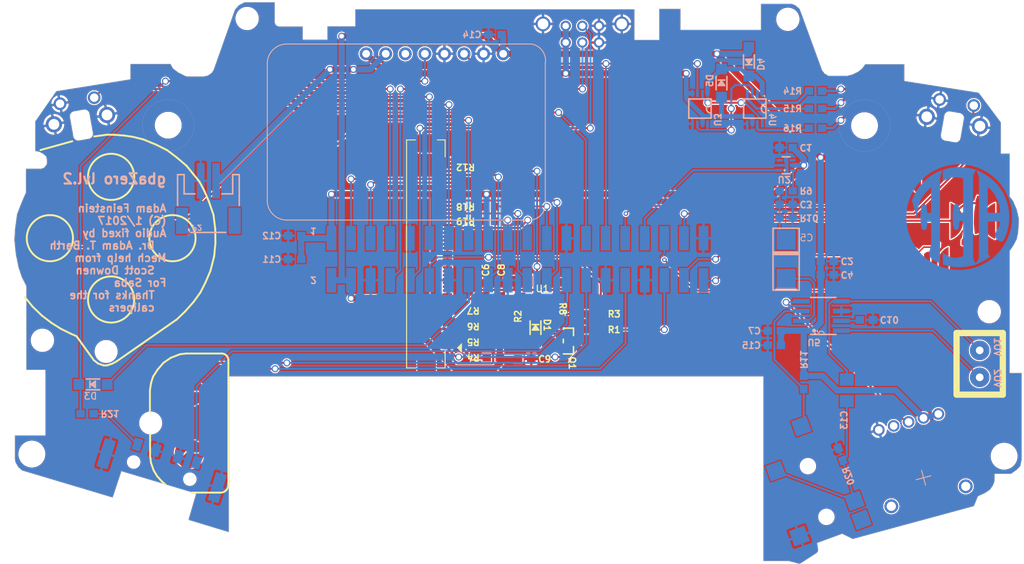
<source format=kicad_pcb>
(kicad_pcb (version 20241229) (generator "pcbnew") (generator_version "9.0")
  (layers (0 "F.Cu" signal) (2 "B.Cu" signal) (13 "F.Paste" user) (15 "B.Paste" user) (5 "F.SilkS" user "F.Silkscreen") (7 "B.SilkS" user "B.Silkscreen") (1 "F.Mask" user) (3 "B.Mask" user) (25 "Edge.Cuts" user))
  (net 0 "")
  (net 1 "GND")
  (net 2 "MISO")
  (net 3 "N$9")
  (net 4 "N$1")
  (net 5 "MOSI_3V")
  (net 6 "TFT_DC_3V")
  (net 7 "SCLK_3V")
  (net 8 "TFT_CS_3V")
  (net 9 "TFT_RST")
  (net 10 "RT_INT")
  (net 11 "SCLK")
  (net 12 "MOSI")
  (net 13 "BKLT_PWM")
  (net 14 "SDA")
  (net 15 "SCL")
  (net 16 "3.3V")
  (net 17 "N$6")
  (net 18 "N$7")
  (net 19 "N$15")
  (net 20 "USB")
  (net 21 "N$16")
  (net 22 "LBO")
  (net 23 "N$18")
  (net 24 "PWR_EN_RPI")
  (net 25 "PWR_SW_SEN")
  (net 26 "BTN_LS")
  (net 27 "BTN_RS")
  (net 28 "BTN_L")
  (net 29 "BTN_R")
  (net 30 "BTN_U")
  (net 31 "BTN_D")
  (net 32 "BTN_SEL")
  (net 33 "BTN_STR")
  (net 34 "N$17")
  (net 35 "N$2")
  (net 36 "N$3")
  (net 37 "N$4")
  (net 38 "N$10")
  (net 39 "BTN_A")
  (net 40 "BTN_B")
  (net 41 "+5V")
  (net 42 "N$21")
  (net 43 "VO1")
  (net 44 "RING")
  (net 45 "AUD_PWM")
  (net 46 "N$20")
  (net 47 "BKLT")
  (net 48 "TXD")
  (net 49 "RXD")
  (net 50 "N$5")
  (net 51 "N$8")
  (net 52 "N$11")
  (net 53 "N$12")
  (net 54 "N$13")
  (net 55 "N$14")
  (net 56 "BAT")
  (net 57 "VOL/SD")
  (net 58 "VO2")
  (net 59 "BYPASS")
  (net 60 "SENSE")
  (net 61 "N$19")
  (net 62 "N$23")
  (net 63 "N$22")
  (net 64 "BTN_X")
  (net 65 "BTN_Y")
  (footprint "gba-zero-morebuttons:dummyfp2" (layer "F.Cu") (at 113.365781 70.66701)
    (property "Reference" "UNK_HOLE_2" (hide yes))
    (property "Value" "")
  )
  (footprint "gba-zero-morebuttons:dummyfp5" (layer "F.Cu") (at 211.567159 127.499435)
    (property "Reference" "UNK_HOLE_5" (hide yes))
    (property "Value" "")
  )
  (footprint "gba-zero-morebuttons:0603" (layer "F.Cu") (at 144.296925 105.907606 90)
    (property "Reference" "C6")
    (property "Value" "10μF")
  )
  (footprint "gba-zero-morebuttons:0603" (layer "F.Cu") (at 145.290065 110.642166 180)
    (property "Reference" "R6")
    (property "Value" "100")
  )
  (footprint "gba-zero-morebuttons:0603" (layer "F.Cu") (at 144.677925 96.992206 180)
    (property "Reference" "R19")
    (property "Value" "22")
  )
  (footprint "gba-zero-morebuttons:XY_BUTTON" (layer "F.Cu") (at 200.25 97)
    (property "Reference" "REF**" (hide yes))
    (property "Value" "Val**")
  )
  (footprint "gba-zero-morebuttons:AB_BUTTON" (layer "F.Cu") (at 200.964325 99.227406)
    (property "Reference" "S5" (hide yes))
    (property "Value" "Val**" (hide yes))
  )
  (footprint "gba-zero-morebuttons:dummyfp3" (layer "F.Cu") (at 183.511918 70.771153)
    (property "Reference" "UNK_HOLE_3" (hide yes))
    (property "Value" "")
  )
  (footprint "gba-zero-morebuttons:0603" (layer "F.Cu") (at 145.290065 112.674166 180)
    (property "Reference" "R5")
    (property "Value" "100")
  )
  (footprint "gba-zero-morebuttons:0603" (layer "F.Cu") (at 144.677925 95.112606 180)
    (property "Reference" "R18")
    (property "Value" "22")
  )
  (footprint "gba-zero-morebuttons:0603" (layer "F.Cu") (at 158.393925 109.031806)
    (property "Reference" "R3")
    (property "Value" "0")
  )
  (footprint "gba-zero-morebuttons:SPEAKER" (layer "F.Cu") (at 208.400175 115.508806 -90)
    (property "Reference" "SP1" (hide yes))
    (property "Value" "SPEAKER" (hide yes))
  )
  (footprint "gba-zero-morebuttons:dummyfp1" (layer "F.Cu") (at 103.127018 84.522791)
    (property "Reference" "UNK_HOLE_1" (hide yes))
    (property "Value" "")
  )
  (footprint "gba-zero-morebuttons:WL-SBCW-0606" (layer "F.Cu") (at 194.507425 79.869806 180)
    (property "Reference" "D2" (hide yes))
    (property "Value" "LTST-C19HE1WT" (hide yes))
  )
  (footprint "gba-zero-morebuttons:dummyfp11" (layer "F.Cu") (at 209.641918 108.735341)
    (property "Reference" "UNK_HOLE_11" (hide yes))
    (property "Value" "")
  )
  (footprint "gba-zero-morebuttons:dummyfp6" (layer "F.Cu") (at 100.854315 123.188325)
    (property "Reference" "UNK_HOLE_6" (hide yes))
    (property "Value" "")
  )
  (footprint "gba-zero-morebuttons:0603" (layer "F.Cu") (at 145.290065 108.610166 180)
    (property "Reference" "R7")
    (property "Value" "100")
  )
  (footprint "gba-zero-morebuttons:SHOULDER_BUTTON" (layer "F.Cu") (at 204.982165 84.036488 -10)
    (property "Reference" "S3" (hide yes))
    (property "Value" "SHOULDER_BUTTON" (hide yes))
    (fp_line (start -1.27 -0.5588) (end -1.27 1.9812) (stroke (width 0.05)) (layer "Edge.Cuts"))
    (fp_line (start -0.635 2.6162) (end 0.635 2.6162) (stroke (width 0.05)) (layer "Edge.Cuts"))
    (fp_line (start 0.635 -1.1938) (end -0.635 -1.1938) (stroke (width 0.05)) (layer "Edge.Cuts"))
    (fp_line (start 1.27 1.9812) (end 1.27 -0.5588) (stroke (width 0.05)) (layer "Edge.Cuts"))
    (fp_arc (start -1.27 -0.5588) (mid -1.084013 -1.007813) (end -0.635 -1.1938) (stroke (width 0.05)) (layer "Edge.Cuts"))
    (fp_arc (start -0.635 2.6162) (mid -1.084013 2.430212) (end -1.27 1.9812) (stroke (width 0.05)) (layer "Edge.Cuts"))
    (fp_arc (start 0.635 -1.1938) (mid 1.084014 -1.007813) (end 1.27 -0.5588) (stroke (width 0.05)) (layer "Edge.Cuts"))
    (fp_arc (start 1.27 1.9812) (mid 1.084015 2.430212) (end 0.635 2.6162) (stroke (width 0.05)) (layer "Edge.Cuts"))
  )
  (footprint "gba-zero-morebuttons:0603" (layer "F.Cu") (at 158.393925 111.063806)
    (property "Reference" "R1")
    (property "Value" "0")
  )
  (footprint "gba-zero-morebuttons:SOT23" (layer "F.Cu") (at 148.955284 105.882206 180)
    (property "Reference" "U1")
    (property "Value" "APX803")
  )
  (footprint "gba-zero-morebuttons:0603" (layer "F.Cu") (at 149.376925 114.873806)
    (property "Reference" "C9")
    (property "Value" "10μF")
  )
  (footprint "gba-zero-morebuttons:FPC-50-CON" (layer "F.Cu") (at 136.702325 101.234006 -90)
    (property "Reference" "P1" (hide yes))
    (property "Value" "50_PIN_CON" (hide yes))
  )
  (footprint "gba-zero-morebuttons:SHOULDER_BUTTON" (layer "F.Cu") (at 91.743887 83.801406 10)
    (property "Reference" "S2" (hide yes))
    (property "Value" "SHOULDER_BUTTON" (hide yes))
    (fp_line (start -1.27 -0.5588) (end -1.27 1.9812) (stroke (width 0.05)) (layer "Edge.Cuts"))
    (fp_line (start -0.635 2.6162) (end 0.635 2.6162) (stroke (width 0.05)) (layer "Edge.Cuts"))
    (fp_line (start 0.635 -1.1938) (end -0.635 -1.1938) (stroke (width 0.05)) (layer "Edge.Cuts"))
    (fp_line (start 1.27 1.9812) (end 1.27 -0.5588) (stroke (width 0.05)) (layer "Edge.Cuts"))
    (fp_arc (start -1.27 -0.5588) (mid -1.084013 -1.007813) (end -0.635 -1.1938) (stroke (width 0.05)) (layer "Edge.Cuts"))
    (fp_arc (start -0.635 2.6162) (mid -1.084015 2.430212) (end -1.27 1.9812) (stroke (width 0.05)) (layer "Edge.Cuts"))
    (fp_arc (start 0.635 -1.1938) (mid 1.084012 -1.007812) (end 1.27 -0.5588) (stroke (width 0.05)) (layer "Edge.Cuts"))
    (fp_arc (start 1.27 1.9812) (mid 1.084012 2.430213) (end 0.635 2.6162) (stroke (width 0.05)) (layer "Edge.Cuts"))
  )
  (footprint "gba-zero-morebuttons:0603" (layer "F.Cu") (at 145.290065 114.706166 180)
    (property "Reference" "R4")
    (property "Value" "100")
  )
  (footprint "gba-zero-morebuttons:SOD-123" (layer "F.Cu") (at 150.773925 110.809806 -90)
    (property "Reference" "D1")
    (property "Value" "B0540WQ-7-F")
  )
  (footprint "gba-zero-morebuttons:0603" (layer "F.Cu") (at 144.677925 89.981806 180)
    (property "Reference" "R12")
    (property "Value" "0")
  )
  (footprint "gba-zero-morebuttons:dummyfp4" (layer "F.Cu") (at 193.461709 84.578381)
    (property "Reference" "UNK_HOLE_4" (hide yes))
    (property "Value" "")
  )
  (footprint "gba-zero-morebuttons:dummyfp7" (layer "F.Cu") (at 95.073521 113.901385)
    (property "Reference" "UNK_HOLE_7" (hide yes))
    (property "Value" "")
  )
  (footprint "gba-zero-morebuttons:dummyfp0" (layer "F.Cu") (at 85.441737 127.224541)
    (property "Reference" "UNK_HOLE_0" (hide yes))
    (property "Value" "")
  )
  (footprint "gba-zero-morebuttons:LINK_CONNECTOR" (layer "F.Cu") (at 156.853406 73.784988)
    (property "Reference" "P3" (hide yes))
    (property "Value" "LINK_CONNECTOR" (hide yes))
  )
  (footprint "gba-zero-morebuttons:0603" (layer "F.Cu") (at 154.329925 105.778066 -90)
    (property "Reference" "R8")
    (property "Value" "10K")
  )
  (footprint "gba-zero-morebuttons:START_SELECT_BUTTON" (layer "F.Cu") (at 105.854087 123.175188)
    (property "Reference" "S4" (hide yes))
    (property "Value" "START_SELECT_BUTTON" (hide yes))
  )
  (footprint "gba-zero-morebuttons:0603" (layer "F.Cu") (at 146.328925 105.907606 90)
    (property "Reference" "C8")
    (property "Value" "0.1μF")
  )
  (footprint "gba-zero-morebuttons:dummyfp10" (layer "F.Cu") (at 86.807518 112.446916)
    (property "Reference" "UNK_HOLE_10" (hide yes))
    (property "Value" "")
  )
  (footprint "gba-zero-morebuttons:SOT23-WIDE" (layer "F.Cu") (at 155.043665 112.547166 -90)
    (property "Reference" "Q1")
    (property "Value" "BSS138")
  )
  (footprint "gba-zero-morebuttons:0603" (layer "F.Cu") (at 148.487925 111.929947 90)
    (property "Reference" "R2")
    (property "Value" "3.9K")
  )
  (footprint "gba-zero-morebuttons:D-PAD" (layer "F.Cu") (at 95.717525 99.191406)
    (property "Reference" "S1" (hide yes))
    (property "Value" "D-PAD" (hide yes))
  )
  (footprint "gba-zero-morebuttons:EIA6032-28_C-R" (layer "B.Cu") (at 183.285925 101.919806 90)
    (property "Reference" "C5")
    (property "Value" "47μF")
  )
  (footprint "gba-zero-morebuttons:POWERBOOST-1000C" (layer "B.Cu") (at 115.975925 73.979806)
    (property "Reference" "U7" (hide yes))
    (property "Value" "POWERBOOST-1000C" (hide yes))
  )
  (footprint "gba-zero-morebuttons:0603" (layer "B.Cu") (at 188.619925 103.951806)
    (property "Reference" "C4")
    (property "Value" "10μF")
  )
  (footprint "gba-zero-morebuttons:0603" (layer "B.Cu") (at 183.285925 96.585806)
    (property "Reference" "R10")
    (property "Value" "100")
  )
  (footprint "gba-zero-morebuttons:RK10J12E0A0A" (layer "B.Cu") (at 199.173625 123.050066 15)
    (property "Reference" "R17" (hide yes))
    (property "Value" "10K" (hide yes))
  )
  (footprint "gba-zero-morebuttons:0603" (layer "B.Cu") (at 183.285925 87.441806)
    (property "Reference" "C1")
    (property "Value" "0.1μF")
  )
  (footprint "gba-zero-morebuttons:RPI-SMD" (layer "B.Cu") (at 148.437125 101.919806)
    (property "Reference" "U6" (hide yes))
    (property "Value" "RPI-ZEROSMD" (hide yes))
  )
  (footprint "gba-zero-morebuttons:0603" (layer "B.Cu") (at 187.095925 84.901806 180)
    (property "Reference" "R16")
    (property "Value" "167")
  )
  (footprint "gba-zero-morebuttons:TSSOP-8" (layer "B.Cu") (at 172.109925 82.361806 90)
    (property "Reference" "U3")
    (property "Value" "74LVC2G02")
  )
  (footprint "gba-zero-morebuttons:SOD-123" (layer "B.Cu") (at 174.903925 79.059806 -90)
    (property "Reference" "D5")
    (property "Value" "B0540WQ-7-F")
  )
  (footprint "gba-zero-morebuttons:0603" (layer "B.Cu") (at 181.761925 113.095806 180)
    (property "Reference" "C15")
    (property "Value" "10μF")
  )
  (footprint "gba-zero-morebuttons:0603" (layer "B.Cu") (at 193.699925 109.793806)
    (property "Reference" "C10")
    (property "Value" "10μF")
  )
  (footprint "gba-zero-morebuttons:0603" (layer "B.Cu") (at 183.285925 93.029806)
    (property "Reference" "R9")
    (property "Value" "220")
  )
  (footprint "gba-zero-morebuttons:0603" (layer "B.Cu") (at 119.531925 101.919806 180)
    (property "Reference" "C11")
    (property "Value" "10μF")
  )
  (footprint "gba-zero-morebuttons:SOD-123" (layer "B.Cu") (at 93.369925 118.175806)
    (property "Reference" "D3")
    (property "Value" "B0540WQ-7-F")
  )
  (footprint "gba-zero-morebuttons:0603" (layer "B.Cu") (at 187.095925 80.075806 180)
    (property "Reference" "R14")
    (property "Value" "250")
  )
  (footprint "gba-zero-morebuttons:0603" (layer "B.Cu") (at 190.352206 127.256306 -70)
    (property "Reference" "R20")
    (property "Value" "150")
  )
  (footprint "gba-zero-morebuttons:SC-70-6" (layer "B.Cu") (at 183.285925 89.727806)
    (property "Reference" "U2")
    (property "Value" "NC7WZ16" (hide yes))
  )
  (footprint "gba-zero-morebuttons:PWR-SWITCH" (layer "B.Cu") (at 102.288384 129.371566 163)
    (property "Reference" "S6" (hide yes))
    (property "Value" "PWR_SWITCH" (hide yes))
  )
  (footprint "gba-zero-morebuttons:0603" (layer "B.Cu") (at 188.619925 102.173806)
    (property "Reference" "C2")
    (property "Value" "10μF")
  )
  (footprint "gba-zero-morebuttons:1206" (layer "B.Cu") (at 191.159925 118.937806 -90)
    (property "Reference" "C13")
    (property "Value" "100μF")
  )
  (footprint "gba-zero-morebuttons:SOD-123" (layer "B.Cu") (at 178.459925 76.265806 90)
    (property "Reference" "D4")
    (property "Value" "B0540WQ-7-F")
  )
  (footprint "gba-zero-morebuttons:TSSOP-8" (layer "B.Cu") (at 179.221925 82.361806 90)
    (property "Reference" "U4")
    (property "Value" "74LVC3G04")
  )
  (footprint "gba-zero-morebuttons:JSTPH2" (layer "B.Cu") (at 108.340684 95.440266)
    (property "Reference" "P2")
    (property "Value" "")
  )
  (footprint "gba-zero-morebuttons:SO-8" (layer "B.Cu") (at 187.857925 109.285806)
    (property "Reference" "U5")
    (property "Value" "LM4875")
  )
  (footprint "gba-zero-morebuttons:0603" (layer "B.Cu") (at 185.571925 117.921806 90)
    (property "Reference" "R11")
    (property "Value" "100K")
  )
  (footprint "gba-zero-morebuttons:0603" (layer "B.Cu") (at 181.761925 111.216206 180)
    (property "Reference" "C7")
    (property "Value" "0.1μF")
  )
  (footprint "gba-zero-morebuttons:0603" (layer "B.Cu") (at 183.285925 94.807806)
    (property "Reference" "C3")
    (property "Value" "0.1μF")
  )
  (footprint "gba-zero-morebuttons:0603" (layer "B.Cu") (at 145.513584 72.750447 180)
    (property "Reference" "C14")
    (property "Value" "10μF")
  )
  (footprint "gba-zero-morebuttons:SIGNATURE" (layer "B.Cu") (at 205.917325 96.458806 180)
    (property "Reference" "U$1" (hide yes))
    (property "Value" "SIGNATURE" (hide yes))
  )
  (footprint "gba-zero-morebuttons:0603" (layer "B.Cu") (at 119.531925 98.871806 180)
    (property "Reference" "C12")
    (property "Value" "0.1μF")
  )
  (footprint "gba-zero-morebuttons:0603" (layer "B.Cu") (at 187.095925 82.361806 180)
    (property "Reference" "R15")
    (property "Value" "250")
  )
  (footprint "gba-zero-morebuttons:4-JACK-SMD" (layer "B.Cu") (at 186.895262 139.697225 110)
    (property "Reference" "J1" (hide yes))
    (property "Value" "SWTCHCRFT_3.5JACK5-JACK-SMD" (hide yes))
  )
  (footprint "gba-zero-morebuttons:0603" (layer "B.Cu") (at 92.607925 121.985806)
    (property "Reference" "R21")
    (property "Value" "10K")
  )
  (gr_circle (center 103.127018 84.522791) (end 106.479818 84.522791) (stroke (width 0.0127)) (fill no) (layer "B.SilkS"))
  (gr_circle (center 193.461709 84.578381) (end 196.814509 84.578381) (stroke (width 0.0127)) (fill no) (layer "B.SilkS"))
  (gr_arc (start 185.247112 141.377887) (mid 185.051235 141.453105) (end 184.841668 141.442746) (stroke (width 0.05)) (layer "Edge.Cuts"))
  (gr_line (start 169.593343 69.400466) (end 169.593343 72.131506) (stroke (width 0.05)) (layer "Edge.Cuts"))
  (gr_line (start 84.714275 105.426538) (end 84.127365 104.279438) (stroke (width 0.05)) (layer "Edge.Cuts"))
  (gr_line (start 187.962975 77.377106) (end 188.287434 77.806225) (stroke (width 0.05)) (layer "Edge.Cuts"))
  (gr_arc (start 187.445734 139.604891) (mid 187.404515 139.886112) (end 187.218687 140.101176) (stroke (width 0.05)) (layer "Edge.Cuts"))
  (gr_line (start 83.292556 128.271297) (end 83.222465 127.827097) (stroke (width 0.05)) (layer "Edge.Cuts"))
  (gr_line (start 169.593343 72.131506) (end 180.008606 72.131506) (stroke (width 0.05)) (layer "Edge.Cuts"))
  (gr_line (start 84.127365 104.279438) (end 83.691975 102.981616) (stroke (width 0.05)) (layer "Edge.Cuts"))
  (gr_line (start 212.754875 94.374147) (end 213.225856 95.483566) (stroke (width 0.05)) (layer "Edge.Cuts"))
  (gr_line (start 198.638584 78.769125) (end 208.279343 80.294588) (stroke (width 0.05)) (layer "Edge.Cuts"))
  (gr_line (start 180.008606 68.742588) (end 183.972706 68.742588) (stroke (width 0.05)) (layer "Edge.Cuts"))
  (gr_line (start 84.311575 94.030847) (end 84.629743 93.319138) (stroke (width 0.05)) (layer "Edge.Cuts"))
  (gr_line (start 192.589075 77.586438) (end 193.143784 77.146856) (stroke (width 0.05)) (layer "Edge.Cuts"))
  (gr_line (start 83.691975 102.981616) (end 83.348675 101.298638) (stroke (width 0.05)) (layer "Edge.Cuts"))
  (gr_line (start 213.198506 129.292388) (end 212.461675 129.803138) (stroke (width 0.05)) (layer "Edge.Cuts"))
  (gr_line (start 116.959093 68.547716) (end 116.959093 71.196606) (stroke (width 0.05)) (layer "Edge.Cuts"))
  (gr_line (start 212.297915 88.192206) (end 212.297915 93.767097) (stroke (width 0.05)) (layer "Edge.Cuts"))
  (gr_line (start 97.064356 129.467988) (end 95.933993 132.884188) (stroke (width 0.05)) (layer "Edge.Cuts"))
  (gr_line (start 83.876175 95.094225) (end 84.311575 94.030847) (stroke (width 0.05)) (layer "Edge.Cuts"))
  (gr_line (start 163.624293 73.439797) (end 166.813234 73.439797) (stroke (width 0.05)) (layer "Edge.Cuts"))
  (gr_line (start 105.555875 78.183716) (end 107.756393 78.183716) (stroke (width 0.05)) (layer "Edge.Cuts"))
  (gr_line (start 117.109815 71.531525) (end 117.461484 71.698988) (stroke (width 0.05)) (layer "Edge.Cuts"))
  (gr_line (start 193.143784 77.146856) (end 193.541506 76.592138) (stroke (width 0.05)) (layer "Edge.Cuts"))
  (gr_line (start 88.597434 80.095375) (end 98.215956 78.550947) (stroke (width 0.05)) (layer "Edge.Cuts"))
  (gr_line (start 210.334934 130.753475) (end 210.136075 131.297725) (stroke (width 0.05)) (layer "Edge.Cuts"))
  (gr_line (start 184.841668 141.442746) (end 183.660662 141.131853) (stroke (width 0.05)) (layer "Edge.Cuts"))
  (gr_line (start 84.175656 129.366988) (end 83.652334 128.909088) (stroke (width 0.05)) (layer "Edge.Cuts"))
  (gr_line (start 208.184031 132.707135) (end 207.739293 133.795066) (stroke (width 0.05)) (layer "Edge.Cuts"))
  (gr_line (start 104.432925 77.661316) (end 105.333025 78.111366) (stroke (width 0.05)) (layer "Edge.Cuts"))
  (gr_line (start 103.752615 77.137997) (end 104.432925 77.661316) (stroke (width 0.05)) (layer "Edge.Cuts"))
  (gr_line (start 185.280993 70.024706) (end 187.962975 77.377106) (stroke (width 0.05)) (layer "Edge.Cuts"))
  (gr_line (start 112.275665 68.934966) (end 113.029234 68.547716) (stroke (width 0.05)) (layer "Edge.Cuts"))
  (gr_line (start 107.756393 78.183716) (end 108.279715 78.054166) (stroke (width 0.05)) (layer "Edge.Cuts"))
  (gr_line (start 213.403784 98.455997) (end 213.225856 99.314225) (stroke (width 0.05)) (layer "Edge.Cuts"))
  (gr_line (start 111.005143 117.159806) (end 111.005143 137.378206) (stroke (width 0.05)) (layer "Edge.Cuts"))
  (gr_line (start 83.652334 128.909088) (end 83.292556 128.271297) (stroke (width 0.05)) (layer "Edge.Cuts"))
  (gr_line (start 113.029234 68.547716) (end 116.959093 68.547716) (stroke (width 0.05)) (layer "Edge.Cuts"))
  (gr_line (start 210.136075 131.297725) (end 209.738356 131.862897) (stroke (width 0.05)) (layer "Edge.Cuts"))
  (gr_line (start 98.215956 76.562356) (end 103.438625 76.562356) (stroke (width 0.05)) (layer "Edge.Cuts"))
  (gr_line (start 83.499393 96.090616) (end 83.876175 95.094225) (stroke (width 0.05)) (layer "Edge.Cuts"))
  (gr_line (start 213.684143 128.773256) (end 213.198506 129.292388) (stroke (width 0.05)) (layer "Edge.Cuts"))
  (gr_line (start 87.296193 88.599006) (end 86.921084 88.264088) (stroke (width 0.05)) (layer "Edge.Cuts"))
  (gr_line (start 187.218687 140.101175) (end 185.247112 141.377887) (stroke (width 0.05)) (layer "Edge.Cuts"))
  (gr_line (start 212.297915 93.767097) (end 212.754875 94.374147) (stroke (width 0.05)) (layer "Edge.Cuts"))
  (gr_line (start 117.461484 71.698988) (end 120.592993 71.698988) (stroke (width 0.05)) (layer "Edge.Cuts"))
  (gr_arc (start 183.533115 141.115119) (mid 183.59742 141.119432) (end 183.660662 141.131853) (stroke (width 0.05)) (layer "Edge.Cuts"))
  (gr_line (start 213.225856 95.483566) (end 213.487515 96.592997) (stroke (width 0.05)) (layer "Edge.Cuts"))
  (gr_line (start 87.191684 124.794056) (end 87.191684 116.294425) (stroke (width 0.05)) (layer "Edge.Cuts"))
  (gr_line (start 183.972706 68.742588) (end 184.456775 68.912666) (stroke (width 0.05)) (layer "Edge.Cuts"))
  (gr_line (start 105.333025 78.111366) (end 105.555875 78.183716) (stroke (width 0.05)) (layer "Edge.Cuts"))
  (gr_line (start 87.389975 89.161675) (end 87.296193 88.599006) (stroke (width 0.05)) (layer "Edge.Cuts"))
  (gr_line (start 123.774743 73.396616) (end 123.774743 71.680147) (stroke (width 0.05)) (layer "Edge.Cuts"))
  (gr_line (start 84.629743 93.319138) (end 84.666065 93.230306) (stroke (width 0.05)) (layer "Edge.Cuts"))
  (gr_line (start 84.666065 90.155788) (end 86.679943 90.155788) (stroke (width 0.05)) (layer "Edge.Cuts"))
  (gr_line (start 83.348675 101.298638) (end 83.156093 99.423075) (stroke (width 0.05)) (layer "Edge.Cuts"))
  (gr_line (start 193.541506 76.592138) (end 198.638584 76.592138) (stroke (width 0.05)) (layer "Edge.Cuts"))
  (gr_line (start 83.222465 127.827097) (end 83.222465 124.794056) (stroke (width 0.05)) (layer "Edge.Cuts"))
  (gr_line (start 106.731015 132.360347) (end 97.064356 129.467988) (stroke (width 0.05)) (layer "Edge.Cuts"))
  (gr_line (start 87.191684 116.294425) (end 84.714275 116.294425) (stroke (width 0.05)) (layer "Edge.Cuts"))
  (gr_line (start 163.624293 69.461406) (end 163.624293 73.439797) (stroke (width 0.05)) (layer "Edge.Cuts"))
  (gr_line (start 212.796734 100.130597) (end 212.294356 100.863238) (stroke (width 0.05)) (layer "Edge.Cuts"))
  (gr_line (start 212.294356 116.670438) (end 213.846106 116.670438) (stroke (width 0.05)) (layer "Edge.Cuts"))
  (gr_line (start 207.739293 133.795066) (end 207.651575 133.994316) (stroke (width 0.05)) (layer "Edge.Cuts"))
  (gr_line (start 211.157575 84.148988) (end 211.157575 88.192206) (stroke (width 0.05)) (layer "Edge.Cuts"))
  (gr_line (start 209.738356 131.862897) (end 209.089443 132.292016) (stroke (width 0.05)) (layer "Edge.Cuts"))
  (gr_line (start 108.763775 77.714006) (end 109.012356 77.321525) (stroke (width 0.05)) (layer "Edge.Cuts"))
  (gr_line (start 95.933993 132.884188) (end 84.175656 129.366988) (stroke (width 0.05)) (layer "Edge.Cuts"))
  (gr_line (start 127.391365 69.461406) (end 163.624293 69.461406) (stroke (width 0.05)) (layer "Edge.Cuts"))
  (gr_line (start 127.393315 71.680147) (end 127.391365 69.461406) (stroke (width 0.05)) (layer "Edge.Cuts"))
  (gr_line (start 213.487515 97.210506) (end 213.403784 98.455997) (stroke (width 0.05)) (layer "Edge.Cuts"))
  (gr_line (start 85.862734 84.031356) (end 88.597434 80.095375) (stroke (width 0.05)) (layer "Edge.Cuts"))
  (gr_line (start 105.736656 135.774788) (end 106.731015 132.360347) (stroke (width 0.05)) (layer "Edge.Cuts"))
  (gr_line (start 86.921084 88.264088) (end 86.391906 87.982756) (stroke (width 0.05)) (layer "Edge.Cuts"))
  (gr_line (start 83.222465 124.794056) (end 87.191684 124.794056) (stroke (width 0.05)) (layer "Edge.Cuts"))
  (gr_line (start 213.225856 99.314225) (end 212.796734 100.130597) (stroke (width 0.05)) (layer "Edge.Cuts"))
  (gr_line (start 207.651575 133.994316) (end 191.931196 138.262672) (stroke (width 0.05)) (layer "Edge.Cuts"))
  (gr_line (start 211.157575 88.192206) (end 212.297915 88.192206) (stroke (width 0.05)) (layer "Edge.Cuts"))
  (gr_line (start 166.813234 73.439797) (end 166.813234 69.400466) (stroke (width 0.05)) (layer "Edge.Cuts"))
  (gr_line (start 183.533115 141.115119) (end 180.331906 141.115119) (stroke (width 0.05)) (layer "Edge.Cuts"))
  (gr_line (start 184.456775 68.912666) (end 185.032415 69.396738) (stroke (width 0.05)) (layer "Edge.Cuts"))
  (gr_line (start 111.773284 69.510606) (end 112.275665 68.934966) (stroke (width 0.05)) (layer "Edge.Cuts"))
  (gr_line (start 190.559659 137.588835) (end 187.329925 138.770956) (stroke (width 0.05)) (layer "Edge.Cuts"))
  (gr_line (start 180.008606 72.131506) (end 180.008606 68.742588) (stroke (width 0.05)) (layer "Edge.Cuts"))
  (gr_line (start 98.215956 78.550947) (end 98.215956 76.562356) (stroke (width 0.05)) (layer "Edge.Cuts"))
  (gr_line (start 213.846106 127.994566) (end 213.684143 128.773256) (stroke (width 0.05)) (layer "Edge.Cuts"))
  (gr_line (start 123.774743 71.680147) (end 127.393315 71.680147) (stroke (width 0.05)) (layer "Edge.Cuts"))
  (gr_line (start 84.714275 116.294425) (end 84.714275 105.426538) (stroke (width 0.05)) (layer "Edge.Cuts"))
  (gr_line (start 210.334934 129.803138) (end 210.334934 130.753475) (stroke (width 0.05)) (layer "Edge.Cuts"))
  (gr_line (start 213.487515 96.592997) (end 213.487515 97.210506) (stroke (width 0.05)) (layer "Edge.Cuts"))
  (gr_line (start 188.287434 77.806225) (end 188.789815 78.099288) (stroke (width 0.05)) (layer "Edge.Cuts"))
  (gr_line (start 180.331906 141.115119) (end 180.331906 117.159806) (stroke (width 0.05)) (layer "Edge.Cuts"))
  (gr_line (start 120.592993 71.698988) (end 120.592993 73.396616) (stroke (width 0.05)) (layer "Edge.Cuts"))
  (gr_line (start 85.862734 87.888975) (end 85.862734 84.031356) (stroke (width 0.05)) (layer "Edge.Cuts"))
  (gr_line (start 111.005143 137.378206) (end 105.736656 135.774788) (stroke (width 0.05)) (layer "Edge.Cuts"))
  (gr_line (start 116.959093 71.196606) (end 117.109815 71.531525) (stroke (width 0.05)) (layer "Edge.Cuts"))
  (gr_line (start 87.343084 89.617166) (end 87.389975 89.161675) (stroke (width 0.05)) (layer "Edge.Cuts"))
  (gr_line (start 166.813234 69.400466) (end 169.593343 69.400466) (stroke (width 0.05)) (layer "Edge.Cuts"))
  (gr_line (start 83.239825 98.058275) (end 83.499393 96.090616) (stroke (width 0.05)) (layer "Edge.Cuts"))
  (gr_line (start 191.186593 78.099288) (end 191.856434 77.931825) (stroke (width 0.05)) (layer "Edge.Cuts"))
  (gr_line (start 188.789815 78.099288) (end 191.186593 78.099288) (stroke (width 0.05)) (layer "Edge.Cuts"))
  (gr_line (start 208.279343 80.294588) (end 211.157575 84.148988) (stroke (width 0.05)) (layer "Edge.Cuts"))
  (gr_line (start 84.666065 93.230306) (end 84.666065 90.155788) (stroke (width 0.05)) (layer "Edge.Cuts"))
  (gr_line (start 212.294356 100.863238) (end 212.294356 116.670438) (stroke (width 0.05)) (layer "Edge.Cuts"))
  (gr_line (start 209.089443 132.292016) (end 208.184031 132.707135) (stroke (width 0.05)) (layer "Edge.Cuts"))
  (gr_line (start 103.438625 76.562356) (end 103.752615 77.137997) (stroke (width 0.05)) (layer "Edge.Cuts"))
  (gr_line (start 83.156093 99.423075) (end 83.239825 98.058275) (stroke (width 0.05)) (layer "Edge.Cuts"))
  (gr_line (start 185.032415 69.396738) (end 185.280993 70.024706) (stroke (width 0.05)) (layer "Edge.Cuts"))
  (gr_line (start 213.846106 116.670438) (end 213.846106 127.994566) (stroke (width 0.05)) (layer "Edge.Cuts"))
  (gr_line (start 120.592993 73.396616) (end 123.774743 73.396616) (stroke (width 0.05)) (layer "Edge.Cuts"))
  (gr_line (start 191.856434 77.931825) (end 192.589075 77.586438) (stroke (width 0.05)) (layer "Edge.Cuts"))
  (gr_line (start 108.279715 78.054166) (end 108.763775 77.714006) (stroke (width 0.05)) (layer "Edge.Cuts"))
  (gr_line (start 191.931196 138.262672) (end 190.559659 137.588835) (stroke (width 0.05)) (layer "Edge.Cuts"))
  (gr_line (start 86.391906 87.982756) (end 85.862734 87.888975) (stroke (width 0.05)) (layer "Edge.Cuts"))
  (gr_line (start 86.679943 90.155788) (end 87.041656 90.012375) (stroke (width 0.05)) (layer "Edge.Cuts"))
  (gr_line (start 109.012356 77.321525) (end 111.773284 69.510606) (stroke (width 0.05)) (layer "Edge.Cuts"))
  (gr_line (start 198.638584 76.592138) (end 198.638584 78.769125) (stroke (width 0.05)) (layer "Edge.Cuts"))
  (gr_line (start 180.331906 117.159806) (end 111.005143 117.159806) (stroke (width 0.05)) (layer "Edge.Cuts"))
  (gr_line (start 187.329925 138.770956) (end 187.445734 139.604891) (stroke (width 0.05)) (layer "Edge.Cuts"))
  (gr_line (start 87.041656 90.012375) (end 87.343084 89.617166) (stroke (width 0.05)) (layer "Edge.Cuts"))
  (gr_line (start 212.461675 129.803138) (end 210.334934 129.803138) (stroke (width 0.05)) (layer "Edge.Cuts"))
  (gr_text "gbaZero lvl.2" (at 103.021925 92.267806 -0) (layer "B.SilkS") (effects (font (size 1.332992 1.332992) (thickness 0.292608)) (justify left bottom mirror)))
  (gr_text "VO2" (at 210.209925 118.683806 -90) (layer "B.SilkS") (effects (font (size 0.83312 0.83312) (thickness 0.18288)) (justify left bottom mirror)))
  (gr_text "VO1" (at 210.209925 114.619806 -90) (layer "B.SilkS") (effects (font (size 0.83312 0.83312) (thickness 0.18288)) (justify left bottom mirror)))
  (gr_text "Adam Feinstein\n(C) 1/2017\nAudio fixed by\n  Dr. Adam T. Barth\nMech help from\n  Scott Downen\nFor Saba\n  Thanks for the\n  calipers" (at 103.021925 108.777806 -0) (layer "B.SilkS") (effects (font (size 0.999744 0.999744) (thickness 0.219456)) (justify left bottom mirror)))
  (segment (start 162.5 96) (end 163.5 95) (width 0.2) (layer "F.Cu") (net 0))
  (segment (start 167.5 102) (end 171.5 106) (width 0.2) (layer "F.Cu") (net 0))
  (segment (start 200.632073 102.905777) (end 200.632073 102.211518) (width 0.2) (layer "F.Cu") (net 0))
  (segment (start 171.5 106) (end 197.53785 106) (width 0.2) (layer "F.Cu") (net 0))
  (segment (start 197.047637 92.428197) (end 197.047637 91.733639) (width 0.2) (layer "F.Cu") (net 0))
  (segment (start 194.475834 95) (end 197.047637 92.428197) (width 0.2) (layer "F.Cu") (net 0))
  (segment (start 197.53785 106) (end 200.632073 102.905777) (width 0.2) (layer "F.Cu") (net 0))
  (segment (start 163.5 95) (end 194.475834 95) (width 0.2) (layer "F.Cu") (net 0))
  (via (at 162.5 96) (size 0.6) (drill 0.3) (layers "F.Cu" "B.Cu") (net 0))
  (via (at 167.5 102) (size 0.6) (drill 0.3) (layers "F.Cu" "B.Cu") (net 0))
  (segment (start 167.487125 99.189306) (end 167.487125 101.230249) (width 0.2) (layer "B.Cu") (net 0))
  (segment (start 162.407125 99.189306) (end 162.407125 96.646275) (width 0.2) (layer "B.Cu") (net 0))
  (segment (start 162.407125 96.646275) (end 162.5 96.5534) (width 0.2) (layer "B.Cu") (net 0))
  (segment (start 167.487125 101.230249) (end 167.108687 101.608687) (width 0.2) (layer "B.Cu") (net 0))
  (segment (start 141.121925 97.855806) (end 140.750125 97.484006) (width 0.254) (layer "F.Cu") (net 2))
  (segment (start 149.757925 96.839806) (end 148.741925 97.855806) (width 0.254) (layer "F.Cu") (net 2))
  (segment (start 148.741925 97.855806) (end 141.121925 97.855806) (width 0.254) (layer "F.Cu") (net 2))
  (segment (start 140.750125 97.484006) (end 139.352325 97.484006) (width 0.254) (layer "F.Cu") (net 2))
  (via (at 149.757925 96.839806) (size 0.9048) (drill 0.6) (layers "F.Cu" "B.Cu") (net 2))
  (segment (start 149.757925 99.138506) (end 149.757925 96.839806) (width 0.254) (layer "B.Cu") (net 2))
  (segment (start 149.707125 99.189306) (end 149.757925 99.138506) (width 0.254) (layer "B.Cu") (net 2))
  (segment (start 139.352325 101.984006) (end 139.352325 101.484006) (width 0.254) (layer "F.Cu") (net 3))
  (segment (start 139.352325 100.484006) (end 139.352325 99.984006) (width 0.254) (layer "F.Cu") (net 3))
  (segment (start 139.352325 105.984006) (end 139.352325 105.484006) (width 0.254) (layer "F.Cu") (net 3))
  (segment (start 139.352325 106.484006) (end 139.352325 105.984006) (width 0.254) (layer "F.Cu") (net 3))
  (segment (start 139.352325 99.484006) (end 139.352325 98.984006) (width 0.254) (layer "F.Cu") (net 3))
  (segment (start 139.352325 100.984006) (end 139.352325 100.484006) (width 0.254) (layer "F.Cu") (net 3))
  (segment (start 139.352325 104.984006) (end 139.352325 104.484006) (width 0.254) (layer "F.Cu") (net 3))
  (segment (start 139.352325 101.484006) (end 139.352325 100.984006) (width 0.254) (layer "F.Cu") (net 3))
  (segment (start 139.352325 103.484006) (end 139.352325 102.984006) (width 0.254) (layer "F.Cu") (net 3))
  (segment (start 139.352325 99.984006) (end 139.352325 99.484006) (width 0.254) (layer "F.Cu") (net 3))
  (segment (start 139.352325 102.984006) (end 139.352325 102.484006) (width 0.254) (layer "F.Cu") (net 3))
  (segment (start 139.352325 98.484006) (end 139.352325 97.984006) (width 0.254) (layer "F.Cu") (net 3))
  (segment (start 139.352325 102.484006) (end 139.352325 101.984006) (width 0.254) (layer "F.Cu") (net 3))
  (segment (start 139.352325 104.484006) (end 139.352325 103.984006) (width 0.254) (layer "F.Cu") (net 3))
  (segment (start 139.352325 103.984006) (end 139.352325 103.484006) (width 0.254) (layer "F.Cu") (net 3))
  (segment (start 139.352325 98.984006) (end 139.352325 98.484006) (width 0.254) (layer "F.Cu") (net 3))
  (segment (start 139.352325 105.484006) (end 139.352325 104.984006) (width 0.254) (layer "F.Cu") (net 3))
  (segment (start 156.043665 112.547166) (end 155.853925 112.736906) (width 0.254) (layer "F.Cu") (net 4))
  (segment (start 155.091925 114.619806) (end 153.313925 114.619806) (width 0.254) (layer "F.Cu") (net 4))
  (segment (start 140.817125 114.619806) (end 140.488125 114.619806) (width 0.254) (layer "F.Cu") (net 4))
  (segment (start 140.488125 114.619806) (end 139.352325 113.484006) (width 0.254) (layer "F.Cu") (net 4))
  (segment (start 155.853925 113.857806) (end 155.091925 114.619806) (width 0.254) (layer "F.Cu") (net 4))
  (segment (start 155.853925 112.736906) (end 155.853925 113.857806) (width 0.254) (layer "F.Cu") (net 4))
  (via (at 153.313925 114.619806) (size 0.9048) (drill 0.6) (layers "F.Cu" "B.Cu") (net 4))
  (via (at 140.817125 114.619806) (size 0.9048) (drill 0.6) (layers "F.Cu" "B.Cu") (net 4))
  (segment (start 140.817125 114.619806) (end 153.313925 114.619806) (width 0.254) (layer "B.Cu") (net 4))
  (segment (start 145.527925 96.839806) (end 145.527925 96.992206) (width 0.254) (layer "F.Cu") (net 5))
  (segment (start 147.167125 96.839806) (end 145.527925 96.839806) (width 0.254) (layer "F.Cu") (net 5))
  (via (at 147.167125 96.839806) (size 0.9048) (drill 0.6) (layers "F.Cu" "B.Cu") (net 5))
  (segment (start 147.167125 99.189306) (end 147.167125 96.839806) (width 0.254) (layer "B.Cu") (net 5))
  (segment (start 139.352325 95.984006) (end 148.487925 95.984006) (width 0.254) (layer "F.Cu") (net 6))
  (via (at 148.487925 95.984006) (size 0.9048) (drill 0.6) (layers "F.Cu" "B.Cu") (net 6))
  (segment (start 148.487925 95.984006) (end 148.487925 103.329506) (width 0.254) (layer "B.Cu") (net 6))
  (segment (start 148.487925 103.329506) (end 149.707125 104.650306) (width 0.254) (layer "B.Cu") (net 6))
  (segment (start 145.527925 95.061806) (end 145.527925 95.112606) (width 0.254) (layer "F.Cu") (net 7))
  (segment (start 152.247125 95.061806) (end 145.527925 95.061806) (width 0.254) (layer "F.Cu") (net 7))
  (via (at 152.247125 95.061806) (size 0.9048) (drill 0.6) (layers "F.Cu" "B.Cu") (net 7))
  (segment (start 152.247125 99.189306) (end 152.247125 95.061806) (width 0.254) (layer "B.Cu") (net 7))
  (segment (start 153.313925 94.299806) (end 153.567925 94.553806) (width 0.254) (layer "F.Cu") (net 8))
  (segment (start 140.437725 94.984006) (end 139.352325 94.984006) (width 0.254) (layer "F.Cu") (net 8))
  (segment (start 141.121925 94.299806) (end 153.313925 94.299806) (width 0.254) (layer "F.Cu") (net 8))
  (segment (start 141.121925 94.299806) (end 140.437725 94.984006) (width 0.254) (layer "F.Cu") (net 8))
  (via (at 153.567925 94.553806) (size 0.9048) (drill 0.6) (layers "F.Cu" "B.Cu") (net 8))
  (segment (start 153.567925 103.329506) (end 152.247125 104.650306) (width 0.254) (layer "B.Cu") (net 8))
  (segment (start 153.567925 94.553806) (end 153.567925 103.329506) (width 0.254) (layer "B.Cu") (net 8))
  (segment (start 148.005284 105.907606) (end 150.977125 105.907606) (width 0.254) (layer "F.Cu") (net 9))
  (segment (start 143.484125 105.907606) (end 148.005284 105.907606) (width 0.254) (layer "F.Cu") (net 9))
  (segment (start 150.977125 105.907606) (end 153.350384 105.907606) (width 0.254) (layer "F.Cu") (net 9))
  (segment (start 139.352325 108.984006) (end 139.352325 108.996066) (width 0.254) (layer "F.Cu") (net 9))
  (segment (start 148.005284 104.782206) (end 148.005284 105.907606) (width 0.254) (layer "F.Cu") (net 9))
  (segment (start 140.407725 108.984006) (end 143.484125 105.907606) (width 0.254) (layer "F.Cu") (net 9))
  (segment (start 140.407725 108.984006) (end 139.352325 108.984006) (width 0.254) (layer "F.Cu") (net 9))
  (segment (start 150.977125 102.859606) (end 150.977125 105.907606) (width 0.254) (layer "F.Cu") (net 9))
  (segment (start 150.977125 90.484006) (end 146.030125 90.484006) (width 0.254) (layer "F.Cu") (net 9))
  (segment (start 146.030125 90.484006) (end 145.527925 89.981806) (width 0.254) (layer "F.Cu") (net 9))
  (segment (start 153.350384 105.907606) (end 154.329925 104.928066) (width 0.254) (layer "F.Cu") (net 9))
  (via (at 150.977125 102.859606) (size 0.9048) (drill 0.6) (layers "F.Cu" "B.Cu") (net 9))
  (via (at 150.977125 90.484006) (size 0.9048) (drill 0.6) (layers "F.Cu" "B.Cu") (net 9))
  (segment (start 150.977125 102.859606) (end 150.977125 90.484006) (width 0.254) (layer "B.Cu") (net 9))
  (segment (start 145.947925 90.984006) (end 145.947925 91.251806) (width 0.254) (layer "F.Cu") (net 10))
  (segment (start 139.352325 90.984006) (end 145.947925 90.984006) (width 0.254) (layer "F.Cu") (net 10))
  (via (at 145.947925 91.251806) (size 0.9048) (drill 0.6) (layers "F.Cu" "B.Cu") (net 10))
  (segment (start 144.627125 104.650306) (end 145.947925 103.329506) (width 0.254) (layer "B.Cu") (net 10))
  (segment (start 145.947925 103.329506) (end 145.947925 91.251806) (width 0.254) (layer "B.Cu") (net 10))
  (segment (start 139.352325 95.484006) (end 143.827925 95.484006) (width 0.254) (layer "F.Cu") (net 11))
  (segment (start 143.827925 95.484006) (end 143.827925 95.112606) (width 0.254) (layer "F.Cu") (net 11))
  (segment (start 139.352325 96.984006) (end 142.811925 96.984006) (width 0.254) (layer "F.Cu") (net 12))
  (segment (start 142.811925 96.984006) (end 143.827925 96.992206) (width 0.254) (layer "F.Cu") (net 12))
  (segment (start 144.677925 101.665806) (end 155.853925 101.665806) (width 0.254) (layer "F.Cu") (net 13))
  (segment (start 159.243925 105.055806) (end 155.853925 101.665806) (width 0.254) (layer "F.Cu") (net 13))
  (segment (start 159.243925 109.031806) (end 159.243925 105.055806) (width 0.254) (layer "F.Cu") (net 13))
  (via (at 144.677925 101.665806) (size 0.9048) (drill 0.6) (layers "F.Cu" "B.Cu") (net 13))
  (segment (start 137.057925 104.599506) (end 137.007125 104.650306) (width 0.254) (layer "B.Cu") (net 13))
  (segment (start 144.677925 101.665806) (end 138.073925 101.665806) (width 0.254) (layer "B.Cu") (net 13))
  (segment (start 138.073925 101.665806) (end 137.057925 102.681806) (width 0.254) (layer "B.Cu") (net 13))
  (segment (start 137.057925 102.681806) (end 137.057925 104.599506) (width 0.254) (layer "B.Cu") (net 13))
  (segment (start 139.352325 91.484006) (end 126.847125 91.484006) (width 0.254) (layer "F.Cu") (net 14))
  (segment (start 126.847125 91.484006) (end 126.847125 91.500006) (width 0.254) (layer "F.Cu") (net 14))
  (via (at 126.847125 91.500006) (size 0.9048) (drill 0.6) (layers "F.Cu" "B.Cu") (net 14))
  (segment (start 126.847125 91.500006) (end 126.847125 99.189306) (width 0.254) (layer "B.Cu") (net 14))
  (segment (start 129.387125 91.984006) (end 129.387125 92.246006) (width 0.254) (layer "F.Cu") (net 15))
  (segment (start 139.352325 91.984006) (end 129.387125 91.984006) (width 0.254) (layer "F.Cu") (net 15))
  (via (at 129.387125 92.246006) (size 0.9048) (drill 0.6) (layers "F.Cu" "B.Cu") (net 15))
  (segment (start 129.387125 92.246006) (end 129.387125 99.189306) (width 0.254) (layer "B.Cu") (net 15))
  (segment (start 144.423925 93.484006) (end 181.815725 93.484006) (width 0.8128) (layer "F.Cu") (net 16))
  (segment (start 146.328925 106.757606) (end 146.328925 107.253806) (width 0.508) (layer "F.Cu") (net 16))
  (segment (start 154.329925 106.628066) (end 154.416284 107.253806) (width 0.508) (layer "F.Cu") (net 16))
  (segment (start 148.487925 107.253806) (end 146.328925 107.253806) (width 0.8128) (layer "F.Cu") (net 16))
  (segment (start 144.423925 93.484006) (end 139.352325 93.484006) (width 0.8128) (layer "F.Cu") (net 16))
  (segment (start 144.296925 107.253806) (end 143.407925 107.253806) (width 0.8128) (layer "F.Cu") (net 16))
  (segment (start 137.565925 109.285806) (end 137.565925 93.484006) (width 0.8128) (layer "F.Cu") (net 16))
  (segment (start 148.955284 107.253806) (end 148.487925 107.253806) (width 0.8128) (layer "F.Cu") (net 16))
  (segment (start 138.264125 109.984006) (end 137.565925 109.285806) (width 0.8128) (layer "F.Cu") (net 16))
  (segment (start 140.677725 109.984006) (end 139.352325 109.984006) (width 0.8128) (layer "F.Cu") (net 16))
  (segment (start 148.487925 111.079947) (end 148.487925 107.253806) (width 0.8128) (layer "F.Cu") (net 16))
  (segment (start 139.352325 109.984006) (end 139.352325 109.484006) (width 0.3556) (layer "F.Cu") (net 16))
  (segment (start 124.307125 93.484006) (end 137.565925 93.484006) (width 0.8128) (layer "F.Cu") (net 16))
  (segment (start 139.352325 93.484006) (end 139.352325 92.984006) (width 0.3556) (layer "F.Cu") (net 16))
  (segment (start 148.955284 106.982206) (end 148.955284 107.253806) (width 0.508) (layer "F.Cu") (net 16))
  (segment (start 143.407925 107.253806) (end 140.677725 109.984006) (width 0.8128) (layer "F.Cu") (net 16))
  (segment (start 146.328925 107.253806) (end 144.296925 107.253806) (width 0.8128) (layer "F.Cu") (net 16))
  (segment (start 139.352325 93.484006) (end 139.352325 93.984006) (width 0.3556) (layer "F.Cu") (net 16))
  (segment (start 181.815725 93.484006) (end 185.571925 89.727806) (width 0.8128) (layer "F.Cu") (net 16))
  (segment (start 139.352325 109.984006) (end 138.264125 109.984006) (width 0.8128) (layer "F.Cu") (net 16))
  (segment (start 137.565925 93.484006) (end 139.352325 93.484006) (width 0.8128) (layer "F.Cu") (net 16))
  (segment (start 139.352325 110.484006) (end 139.352325 109.984006) (width 0.3556) (layer "F.Cu") (net 16))
  (segment (start 144.296925 107.253806) (end 144.296925 106.757606) (width 0.508) (layer "F.Cu") (net 16))
  (segment (start 154.416284 107.253806) (end 148.955284 107.253806) (width 0.8128) (layer "F.Cu") (net 16))
  (via (at 144.423925 93.484006) (size 0.9048) (drill 0.6) (layers "F.Cu" "B.Cu") (net 16))
  (via (at 124.307125 93.484006) (size 0.9048) (drill 0.6) (layers "F.Cu" "B.Cu") (net 16))
  (via (at 185.571925 89.727806) (size 0.9048) (drill 0.6) (layers "F.Cu" "B.Cu") (net 16))
  (segment (start 120.381925 101.919806) (end 120.381925 98.871806) (width 0.8128) (layer "B.Cu") (net 16))
  (segment (start 124.307125 99.189306) (end 124.307125 93.484006) (width 0.8128) (layer "B.Cu") (net 16))
  (segment (start 120.799425 99.189306) (end 124.307125 99.189306) (width 0.8128) (layer "B.Cu") (net 16))
  (segment (start 185.571925 88.877806) (end 185.571925 89.727806) (width 0.8128) (layer "B.Cu") (net 16))
  (segment (start 120.381925 98.871806) (end 120.799425 99.189306) (width 0.508) (layer "B.Cu") (net 16))
  (segment (start 184.135925 89.727806) (end 185.571925 89.727806) (width 0.635) (layer "B.Cu") (net 16))
  (segment (start 184.135925 87.441806) (end 185.571925 88.877806) (width 0.8128) (layer "B.Cu") (net 16))
  (segment (start 144.423925 98.935306) (end 144.627125 99.189306) (width 0.508) (layer "B.Cu") (net 16))
  (segment (start 144.423925 93.484006) (end 144.423925 98.935306) (width 0.8128) (layer "B.Cu") (net 16))
  (segment (start 157.543925 111.063806) (end 157.543925 109.031806) (width 0.254) (layer "F.Cu") (net 17))
  (segment (start 150.773925 108.959806) (end 150.845925 109.031806) (width 0.254) (layer "F.Cu") (net 17))
  (segment (start 150.845925 109.031806) (end 157.543925 109.031806) (width 0.254) (layer "F.Cu") (net 17))
  (segment (start 148.487925 112.779947) (end 148.608065 112.659806) (width 0.254) (layer "F.Cu") (net 18))
  (segment (start 151.836565 111.597166) (end 154.043665 111.597166) (width 0.254) (layer "F.Cu") (net 18))
  (segment (start 148.608065 112.659806) (end 150.773925 112.659806) (width 0.254) (layer "F.Cu") (net 18))
  (segment (start 150.773925 112.659806) (end 151.836565 111.597166) (width 0.254) (layer "F.Cu") (net 18))
  (segment (start 173.125925 81.599806) (end 177.443925 81.599806) (width 0.254) (layer "F.Cu") (net 19))
  (via (at 177.443925 81.599806) (size 0.9048) (drill 0.6) (layers "F.Cu" "B.Cu") (net 19))
  (via (at 173.125925 81.599806) (size 0.9048) (drill 0.6) (layers "F.Cu" "B.Cu") (net 19))
  (segment (start 180.196925 83.844806) (end 177.951925 81.599806) (width 0.254) (layer "B.Cu") (net 19))
  (segment (start 177.951925 81.599806) (end 177.443925 81.599806) (width 0.254) (layer "B.Cu") (net 19))
  (segment (start 172.434925 80.386806) (end 172.434925 80.908806) (width 0.254) (layer "B.Cu") (net 19))
  (segment (start 172.434925 80.908806) (end 173.125925 81.599806) (width 0.254) (layer "B.Cu") (net 19))
  (segment (start 180.196925 84.336806) (end 180.196925 83.844806) (width 0.254) (layer "B.Cu") (net 19))
  (segment (start 131.342925 77.789806) (end 128.802925 75.249806) (width 0.8128) (layer "F.Cu") (net 20))
  (segment (start 154.694406 77.789806) (end 131.342925 77.789806) (width 0.8128) (layer "F.Cu") (net 20))
  (segment (start 170.331925 77.789806) (end 154.694406 77.789806) (width 0.8128) (layer "F.Cu") (net 20))
  (via (at 170.331925 77.789806) (size 0.9048) (drill 0.6) (layers "F.Cu" "B.Cu") (net 20))
  (via (at 154.694406 77.789806) (size 0.9048) (drill 0.6) (layers "F.Cu" "B.Cu") (net 20))
  (segment (start 154.694406 73.784988) (end 154.694406 77.789806) (width 0.8128) (layer "B.Cu") (net 20))
  (segment (start 174.903925 80.909806) (end 174.903925 83.377806) (width 0.6096) (layer "B.Cu") (net 20))
  (segment (start 154.694406 73.784988) (end 154.694406 71.625988) (width 0.8128) (layer "B.Cu") (net 20))
  (segment (start 170.331925 80.386806) (end 170.331925 81.091806) (width 0.6096) (layer "B.Cu") (net 20))
  (segment (start 172.434925 83.377806) (end 172.434925 84.336806) (width 0.6096) (layer "B.Cu") (net 20))
  (segment (start 170.331925 77.789806) (end 170.331925 80.386806) (width 0.6096) (layer "B.Cu") (net 20))
  (segment (start 174.903925 83.377806) (end 172.434925 83.377806) (width 0.6096) (layer "B.Cu") (net 20))
  (segment (start 178.896925 83.377806) (end 174.903925 83.377806) (width 0.6096) (layer "B.Cu") (net 20))
  (segment (start 171.134925 80.386806) (end 170.331925 80.386806) (width 0.6096) (layer "B.Cu") (net 20))
  (segment (start 172.434925 83.194806) (end 172.434925 83.377806) (width 0.6096) (layer "B.Cu") (net 20))
  (segment (start 178.896925 84.336806) (end 178.896925 83.377806) (width 0.6096) (layer "B.Cu") (net 20))
  (segment (start 170.331925 81.091806) (end 172.434925 83.194806) (width 0.6096) (layer "B.Cu") (net 20))
  (segment (start 176.173925 82.361806) (end 176.173925 85.155806) (width 0.254) (layer "F.Cu") (net 21))
  (via (at 176.173925 82.361806) (size 0.9048) (drill 0.6) (layers "F.Cu" "B.Cu") (net 21))
  (via (at 176.173925 85.155806) (size 0.9048) (drill 0.6) (layers "F.Cu" "B.Cu") (net 21))
  (segment (start 178.896925 80.386806) (end 178.896925 79.750806) (width 0.254) (layer "B.Cu") (net 21))
  (segment (start 173.084925 85.155806) (end 172.109925 85.155806) (width 0.254) (layer "B.Cu") (net 21))
  (segment (start 176.681925 79.313806) (end 176.173925 79.821806) (width 0.254) (layer "B.Cu") (net 21))
  (segment (start 172.109925 85.155806) (end 171.784925 84.830806) (width 0.254) (layer "B.Cu") (net 21))
  (segment (start 173.084925 85.155806) (end 173.084925 84.336806) (width 0.254) (layer "B.Cu") (net 21))
  (segment (start 176.173925 79.821806) (end 176.173925 82.361806) (width 0.254) (layer "B.Cu") (net 21))
  (segment (start 178.459925 79.313806) (end 176.681925 79.313806) (width 0.254) (layer "B.Cu") (net 21))
  (segment (start 171.784925 84.830806) (end 171.784925 84.336806) (width 0.254) (layer "B.Cu") (net 21))
  (segment (start 178.896925 79.750806) (end 178.459925 79.313806) (width 0.254) (layer "B.Cu") (net 21))
  (segment (start 176.173925 85.155806) (end 173.084925 85.155806) (width 0.254) (layer "B.Cu") (net 21))
  (segment (start 142.772925 76.519806) (end 141.502925 75.249806) (width 0.254) (layer "F.Cu") (net 22))
  (segment (start 159.917925 76.519806) (end 142.772925 76.519806) (width 0.254) (layer "F.Cu") (net 22))
  (segment (start 171.784925 76.519806) (end 159.917925 76.519806) (width 0.254) (layer "F.Cu") (net 22))
  (via (at 159.917925 76.519806) (size 0.9048) (drill 0.6) (layers "F.Cu" "B.Cu") (net 22))
  (via (at 171.784925 76.519806) (size 0.9048) (drill 0.6) (layers "F.Cu" "B.Cu") (net 22))
  (segment (start 159.917925 99.138506) (end 159.917925 76.519806) (width 0.254) (layer "B.Cu") (net 22))
  (segment (start 171.784925 80.386806) (end 171.784925 76.519806) (width 0.254) (layer "B.Cu") (net 22))
  (segment (start 159.867125 99.189306) (end 159.917925 99.138506) (width 0.254) (layer "B.Cu") (net 22))
  (segment (start 102.767925 78.805806) (end 136.422925 78.805806) (width 0.254) (layer "F.Cu") (net 23))
  (via (at 136.422925 78.805806) (size 0.9048) (drill 0.6) (layers "F.Cu" "B.Cu") (net 23))
  (via (at 102.767925 78.805806) (size 0.9048) (drill 0.6) (layers "F.Cu" "B.Cu") (net 23))
  (segment (start 91.757925 121.985806) (end 91.757925 89.815806) (width 0.254) (layer "B.Cu") (net 23))
  (segment (start 91.757925 121.985806) (end 91.757925 118.683806) (width 0.254) (layer "B.Cu") (net 23))
  (segment (start 91.757925 118.683806) (end 91.519925 118.175806) (width 0.254) (layer "B.Cu") (net 23))
  (segment (start 91.757925 89.815806) (end 102.767925 78.805806) (width 0.254) (layer "B.Cu") (net 23))
  (segment (start 136.422925 78.805806) (end 136.422925 75.249806) (width 0.254) (layer "B.Cu") (net 23))
  (segment (start 142.137925 107.507806) (end 142.137925 104.701106) (width 0.254) (layer "B.Cu") (net 24))
  (segment (start 100.299925 113.095806) (end 136.549925 113.095806) (width 0.254) (layer "B.Cu") (net 24))
  (segment (start 142.137925 107.507806) (end 136.549925 113.095806) (width 0.254) (layer "B.Cu") (net 24))
  (segment (start 142.137925 104.701106) (end 142.087125 104.650306) (width 0.254) (layer "B.Cu") (net 24))
  (segment (start 95.219925 118.175806) (end 100.299925 113.095806) (width 0.254) (layer "B.Cu") (net 24))
  (segment (start 111.403925 113.857806) (end 151.281925 113.857806) (width 0.254) (layer "B.Cu") (net 25))
  (segment (start 154.837925 104.701106) (end 154.787125 104.650306) (width 0.254) (layer "B.Cu") (net 25))
  (segment (start 154.837925 110.301806) (end 154.837925 104.701106) (width 0.254) (layer "B.Cu") (net 25))
  (segment (start 106.805728 128.322366) (end 106.805728 118.456003) (width 0.254) (layer "B.Cu") (net 25))
  (segment (start 106.805728 118.456003) (end 111.403925 113.857806) (width 0.254) (layer "B.Cu") (net 25))
  (segment (start 151.281925 113.857806) (end 154.837925 110.301806) (width 0.254) (layer "B.Cu") (net 25))
  (segment (start 94.652459 79.821806) (end 93.525584 80.948681) (width 0.254) (layer "F.Cu") (net 26))
  (segment (start 94.652459 79.821806) (end 131.927125 79.821806) (width 0.254) (layer "F.Cu") (net 26))
  (via (at 131.927125 79.821806) (size 0.9048) (drill 0.6) (layers "F.Cu" "B.Cu") (net 26))
  (segment (start 131.927125 79.821806) (end 131.927125 99.189306) (width 0.254) (layer "B.Cu") (net 26))
  (segment (start 207.581815 82.015466) (end 207.632103 81.965178) (width 0.254) (layer "F.Cu") (net 27))
  (segment (start 207.581815 83.211916) (end 207.581815 82.015466) (width 0.254) (layer "F.Cu") (net 27))
  (segment (start 170.077925 96.001606) (end 199.872125 96.001606) (width 0.254) (layer "F.Cu") (net 27))
  (segment (start 206.907925 83.885806) (end 206.907925 88.965806) (width 0.254) (layer "F.Cu") (net 27))
  (segment (start 206.907925 88.965806) (end 199.872125 96.001606) (width 0.254) (layer "F.Cu") (net 27))
  (segment (start 207.581815 83.211916) (end 206.907925 83.885806) (width 0.254) (layer "F.Cu") (net 27))
  (via (at 170.077925 96.001606) (size 0.9048) (drill 0.6) (layers "F.Cu" "B.Cu") (net 27))
  (segment (start 170.077925 99.189306) (end 170.077925 96.001606) (width 0.254) (layer "B.Cu") (net 27))
  (segment (start 170.077925 99.189306) (end 170.027125 99.189306) (width 0.254) (layer "B.Cu") (net 27))
  (segment (start 92.917468 100.340263) (end 111.403925 81.853806) (width 0.254) (layer "F.Cu") (net 28))
  (segment (start 111.403925 81.853806) (end 139.547125 81.853806) (width 0.254) (layer "F.Cu") (net 28))
  (segment (start 87.273425 100.340263) (end 92.917468 100.340263) (width 0.254) (layer "F.Cu") (net 28))
  (via (at 139.547125 81.853806) (size 0.9048) (drill 0.6) (layers "F.Cu" "B.Cu") (net 28))
  (segment (start 139.547125 81.853806) (end 139.547125 99.189306) (width 0.254) (layer "B.Cu") (net 28))
  (segment (start 119.334368 82.869806) (end 153.771125 82.869806) (width 0.254) (layer "F.Cu") (net 29))
  (segment (start 104.161625 98.04255) (end 119.334368 82.869806) (width 0.254) (layer "F.Cu") (net 29))
  (via (at 153.771125 82.869806) (size 0.9048) (drill 0.6) (layers "F.Cu" "B.Cu") (net 29))
  (segment (start 157.327125 86.425806) (end 153.771125 82.869806) (width 0.254) (layer "B.Cu") (net 29))
  (segment (start 157.327125 99.189306) (end 157.327125 86.425806) (width 0.254) (layer "B.Cu") (net 29))
  (segment (start 95.147925 89.219806) (end 103.529925 80.837806) (width 0.254) (layer "F.Cu") (net 30))
  (segment (start 103.529925 80.837806) (end 137.007125 80.837806) (width 0.254) (layer "F.Cu") (net 30))
  (segment (start 94.568668 90.747306) (end 95.147925 90.16805) (width 0.254) (layer "F.Cu") (net 30))
  (segment (start 95.147925 90.16805) (end 95.147925 89.219806) (width 0.254) (layer "F.Cu") (net 30))
  (via (at 137.007125 80.837806) (size 0.9048) (drill 0.6) (layers "F.Cu" "B.Cu") (net 30))
  (segment (start 137.007125 80.837806) (end 137.007125 99.189306) (width 0.254) (layer "B.Cu") (net 30))
  (segment (start 104.418225 107.635506) (end 128.167925 83.885806) (width 0.254) (layer "F.Cu") (net 31))
  (segment (start 128.167925 83.885806) (end 142.087125 83.885806) (width 0.254) (layer "F.Cu") (net 31))
  (segment (start 96.866381 107.635506) (end 104.418225 107.635506) (width 0.254) (layer "F.Cu") (net 31))
  (via (at 142.087125 83.885806) (size 0.9048) (drill 0.6) (layers "F.Cu" "B.Cu") (net 31))
  (segment (start 142.087125 83.885806) (end 142.087125 99.189306) (width 0.254) (layer "B.Cu") (net 31))
  (segment (start 141.629925 98.732106) (end 142.087125 99.189306) (width 0.254) (layer "B.Cu") (net 31))
  (segment (start 111.149925 116.143806) (end 116.991925 116.143806) (width 0.254) (layer "F.Cu") (net 32))
  (segment (start 109.371925 117.921806) (end 111.149925 116.143806) (width 0.254) (layer "F.Cu") (net 32))
  (segment (start 109.371925 123.609419) (end 109.371925 117.921806) (width 0.254) (layer "F.Cu") (net 32))
  (segment (start 105.785156 127.196188) (end 109.371925 123.609419) (width 0.254) (layer "F.Cu") (net 32))
  (via (at 116.991925 116.143806) (size 0.9048) (drill 0.6) (layers "F.Cu" "B.Cu") (net 32))
  (segment (start 162.457925 112.841806) (end 162.457925 104.701106) (width 0.254) (layer "B.Cu") (net 32))
  (segment (start 116.991925 116.143806) (end 159.155925 116.143806) (width 0.254) (layer "B.Cu") (net 32))
  (segment (start 159.155925 116.143806) (end 162.457925 112.841806) (width 0.254) (layer "B.Cu") (net 32))
  (segment (start 162.457925 104.701106) (end 162.407125 104.650306) (width 0.254) (layer "B.Cu") (net 32))
  (segment (start 109.603493 115.381806) (end 118.515925 115.381806) (width 0.254) (layer "F.Cu") (net 33))
  (segment (start 105.808134 119.177166) (end 109.603493 115.381806) (width 0.254) (layer "F.Cu") (net 33))
  (via (at 118.515925 115.381806) (size 0.9048) (drill 0.6) (layers "F.Cu" "B.Cu") (net 33))
  (segment (start 154.837925 115.381806) (end 157.377925 112.841806) (width 0.254) (layer "B.Cu") (net 33))
  (segment (start 157.377925 104.701106) (end 157.327125 104.650306) (width 0.254) (layer "B.Cu") (net 33))
  (segment (start 157.377925 112.841806) (end 157.377925 104.701106) (width 0.254) (layer "B.Cu") (net 33))
  (segment (start 118.515925 115.381806) (end 154.837925 115.381806) (width 0.254) (layer "B.Cu") (net 33))
  (segment (start 99.130043 125.975672) (end 95.140178 121.985806) (width 0.254) (layer "B.Cu") (net 34))
  (segment (start 95.140178 121.985806) (end 93.457925 121.985806) (width 0.254) (layer "B.Cu") (net 34))
  (segment (start 140.447725 111.484006) (end 139.352325 111.484006) (width 0.3302) (layer "F.Cu") (net 35))
  (segment (start 143.321565 108.610166) (end 140.447725 111.484006) (width 0.3302) (layer "F.Cu") (net 35))
  (segment (start 144.440065 108.610166) (end 143.321565 108.610166) (width 0.3302) (layer "F.Cu") (net 35))
  (segment (start 142.051565 110.642166) (end 140.709725 111.984006) (width 0.3302) (layer "F.Cu") (net 36))
  (segment (start 140.709725 111.984006) (end 139.352325 111.984006) (width 0.3302) (layer "F.Cu") (net 36))
  (segment (start 144.440065 110.642166) (end 142.051565 110.642166) (width 0.3302) (layer "F.Cu") (net 36))
  (segment (start 144.440065 112.674166) (end 144.149906 112.484006) (width 0.254) (layer "F.Cu") (net 37))
  (segment (start 144.149906 112.484006) (end 139.352325 112.484006) (width 0.3302) (layer "F.Cu") (net 37))
  (segment (start 140.756125 112.984006) (end 139.352325 112.984006) (width 0.3302) (layer "F.Cu") (net 38))
  (segment (start 142.534125 114.762006) (end 140.756125 112.984006) (width 0.3302) (layer "F.Cu") (net 38))
  (segment (start 144.284225 114.762006) (end 142.534125 114.762006) (width 0.3302) (layer "F.Cu") (net 38))
  (arc (start 144.284225 114.762006) (mid 144.37371 114.766362) (end 144.440065 114.706166) (width 0.254) (layer "F.Cu") (net 38))
  (segment (start 179.13204 96.929691) (end 174.141925 101.919806) (width 0.254) (layer "F.Cu") (net 39))
  (segment (start 207.443878 94.631978) (end 208.385943 94.631978) (width 0.254) (layer "F.Cu") (net 39))
  (segment (start 205.146165 96.929691) (end 179.13204 96.929691) (width 0.254) (layer "F.Cu") (net 39))
  (via (at 174.141925 101.919806) (size 0.9048) (drill 0.6) (layers "F.Cu" "B.Cu") (net 39))
  (arc (start 205.146165 96.929691) (mid 205.81915 95.304963) (end 207.443878 94.631978) (width 0.254) (layer "F.Cu") (net 39))
  (segment (start 174.141925 101.919806) (end 171.855925 101.919806) (width 0.254) (layer "B.Cu") (net 39))
  (segment (start 170.077925 103.697806) (end 170.077925 104.599506) (width 0.254) (layer "B.Cu") (net 39))
  (segment (start 171.855925 101.919806) (end 170.077925 103.697806) (width 0.254) (layer "B.Cu") (net 39))
  (segment (start 170.077925 104.599506) (end 170.027125 104.650306) (width 0.254) (layer "B.Cu") (net 39))
  (segment (start 194.346906 99.112522) (end 195.288971 99.112522) (width 0.254) (layer "F.Cu") (net 40))
  (segment (start 177.445496 101.410235) (end 174.141925 104.713806) (width 0.254) (layer "F.Cu") (net 40))
  (segment (start 192.049193 101.410235) (end 177.445496 101.410235) (width 0.254) (layer "F.Cu") (net 40))
  (via (at 174.141925 104.713806) (size 0.9048) (drill 0.6) (layers "F.Cu" "B.Cu") (net 40))
  (arc (start 192.049193 101.410235) (mid 192.722178 99.785507) (end 194.346906 99.112522) (width 0.254) (layer "F.Cu") (net 40))
  (segment (start 172.630625 104.713806) (end 172.567125 104.650306) (width 0.254) (layer "B.Cu") (net 40))
  (segment (start 174.141925 104.713806) (end 172.630625 104.713806) (width 0.254) (layer "B.Cu") (net 40))
  (segment (start 195.223925 88.711806) (end 187.769925 88.711806) (width 0.8128) (layer "F.Cu") (net 41))
  (segment (start 146.201925 115.381806) (end 146.201925 114.744306) (width 0.508) (layer "F.Cu") (net 41))
  (segment (start 146.140065 108.610166) (end 146.240065 108.523806) (width 0.508) (layer "F.Cu") (net 41))
  (segment (start 131.215925 106.999806) (end 126.847125 106.999806) (width 0.8128) (layer "F.Cu") (net 41))
  (segment (start 148.526925 114.873806) (end 146.407706 114.873806) (width 0.8128) (layer "F.Cu") (net 41))
  (segment (start 140.359925 116.143806) (end 131.215925 106.999806) (width 0.8128) (layer "F.Cu") (net 41))
  (segment (start 196.549925 79.369806) (end 197.763925 80.583806) (width 0.8128) (layer "F.Cu") (net 41))
  (segment (start 146.582925 75.249806) (end 144.296925 72.963806) (width 0.8128) (layer "F.Cu") (net 41))
  (segment (start 145.439925 116.143806) (end 146.201925 115.381806) (width 0.8128) (layer "F.Cu") (net 41))
  (segment (start 146.140065 114.706166) (end 146.140065 112.674166) (width 0.8128) (layer "F.Cu") (net 41))
  (segment (start 140.359925 116.143806) (end 145.439925 116.143806) (width 0.8128) (layer "F.Cu") (net 41))
  (segment (start 187.769925 88.711806) (end 174.307925 75.249806) (width 0.8128) (layer "F.Cu") (net 41))
  (segment (start 146.140065 112.674166) (end 146.140065 110.642166) (width 0.8128) (layer "F.Cu") (net 41))
  (segment (start 195.207425 79.369806) (end 196.549925 79.369806) (width 0.8128) (layer "F.Cu") (net 41))
  (segment (start 197.763925 86.171806) (end 195.223925 88.711806) (width 0.8128) (layer "F.Cu") (net 41))
  (segment (start 146.407706 114.873806) (end 146.140065 114.706166) (width 0.508) (layer "F.Cu") (net 41))
  (segment (start 174.307925 75.249806) (end 146.582925 75.249806) (width 0.8128) (layer "F.Cu") (net 41))
  (segment (start 197.763925 80.583806) (end 197.763925 86.171806) (width 0.8128) (layer "F.Cu") (net 41))
  (segment (start 144.296925 72.963806) (end 125.627925 72.963806) (width 0.8128) (layer "F.Cu") (net 41))
  (segment (start 146.201925 114.744306) (end 146.140065 114.706166) (width 0.508) (layer "F.Cu") (net 41))
  (segment (start 146.140065 110.642166) (end 146.140065 108.610166) (width 0.8128) (layer "F.Cu") (net 41))
  (via (at 126.847125 106.999806) (size 0.9048) (drill 0.6) (layers "F.Cu" "B.Cu") (net 41))
  (via (at 187.769925 88.711806) (size 0.9048) (drill 0.6) (layers "F.Cu" "B.Cu") (net 41))
  (via (at 174.307925 75.249806) (size 0.9048) (drill 0.6) (layers "F.Cu" "B.Cu") (net 41))
  (via (at 125.627925 72.963806) (size 0.9048) (drill 0.6) (layers "F.Cu" "B.Cu") (net 41))
  (segment (start 189.889925 118.937806) (end 188.023925 117.071806) (width 0.8128) (layer "B.Cu") (net 41))
  (segment (start 201.105478 122.532428) (end 203.037331 122.014791) (width 0.8128) (layer "B.Cu") (net 41))
  (segment (start 187.769925 110.135806) (end 186.714925 111.190806) (width 0.8128) (layer "B.Cu") (net 41))
  (segment (start 174.307925 75.249806) (end 178.459925 75.249806) (width 0.8128) (layer "B.Cu") (net 41))
  (segment (start 187.769925 103.951806) (end 187.769925 110.135806) (width 0.8128) (layer "B.Cu") (net 41))
  (segment (start 125.627925 72.963806) (end 125.627925 104.650306) (width 0.8128) (layer "B.Cu") (net 41))
  (segment (start 188.023925 117.071806) (end 185.571925 117.071806) (width 0.8128) (layer "B.Cu") (net 41))
  (segment (start 178.459925 75.249806) (end 178.459925 74.415806) (width 0.8128) (layer "B.Cu") (net 41))
  (segment (start 126.847125 106.999806) (end 126.847125 104.650306) (width 0.8128) (layer "B.Cu") (net 41))
  (segment (start 182.611925 111.190806) (end 182.611925 111.216206) (width 0.8128) (layer "B.Cu") (net 41))
  (segment (start 185.257925 111.190806) (end 182.611925 111.190806) (width 0.8128) (layer "B.Cu") (net 41))
  (segment (start 187.769925 88.711806) (end 187.769925 102.173806) (width 0.8128) (layer "B.Cu") (net 41))
  (segment (start 185.571925 117.071806) (end 185.571925 111.190806) (width 0.8128) (layer "B.Cu") (net 41))
  (segment (start 187.769925 102.173806) (end 187.769925 103.951806) (width 0.8128) (layer "B.Cu") (net 41))
  (segment (start 125.627925 104.650306) (end 126.847125 104.650306) (width 0.8128) (layer "B.Cu") (net 41))
  (segment (start 189.889925 118.937806) (end 197.510856 118.937806) (width 0.8128) (layer "B.Cu") (net 41))
  (segment (start 146.582925 72.869788) (end 146.582925 75.249806) (width 0.8128) (layer "B.Cu") (net 41))
  (segment (start 182.611925 113.095806) (end 182.611925 111.216206) (width 0.8128) (layer "B.Cu") (net 41))
  (segment (start 186.714925 111.190806) (end 185.257925 111.190806) (width 0.8128) (layer "B.Cu") (net 41))
  (segment (start 197.510856 118.937806) (end 201.105478 122.532428) (width 0.8128) (layer "B.Cu") (net 41))
  (segment (start 185.571925 111.190806) (end 185.257925 111.190806) (width 0.8128) (layer "B.Cu") (net 41))
  (segment (start 124.307125 104.650306) (end 125.627925 104.650306) (width 0.8128) (layer "B.Cu") (net 41))
  (arc (start 146.363584 72.750447) (mid 146.497971 72.76469) (end 146.582925 72.869788) (width 0.508) (layer "B.Cu") (net 41))
  (segment (start 182.435925 96.585806) (end 182.435925 98.544806) (width 0.254) (layer "B.Cu") (net 42))
  (segment (start 182.435925 93.029806) (end 182.435925 94.807806) (width 0.254) (layer "B.Cu") (net 42))
  (segment (start 182.435925 94.807806) (end 182.435925 96.585806) (width 0.254) (layer "B.Cu") (net 42))
  (segment (start 182.435925 98.544806) (end 183.285925 99.394806) (width 0.254) (layer "B.Cu") (net 42))
  (segment (start 191.159925 117.537806) (end 191.159925 116.397806) (width 0.254) (layer "B.Cu") (net 43))
  (segment (start 202.022175 107.380806) (end 190.457925 107.380806) (width 0.254) (layer "B.Cu") (net 43))
  (segment (start 190.457925 107.380806) (end 189.254925 107.380806) (width 0.254) (layer "B.Cu") (net 43))
  (segment (start 188.873925 107.761806) (end 188.873925 114.111806) (width 0.254) (layer "B.Cu") (net 43))
  (segment (start 189.254925 107.380806) (end 188.873925 107.761806) (width 0.254) (layer "B.Cu") (net 43))
  (segment (start 208.400175 113.758806) (end 202.022175 107.380806) (width 0.254) (layer "B.Cu") (net 43))
  (segment (start 191.159925 116.397806) (end 188.873925 114.111806) (width 0.254) (layer "B.Cu") (net 43))
  (segment (start 190.642925 128.055047) (end 191.159925 127.538047) (width 0.254) (layer "B.Cu") (net 44))
  (segment (start 192.160131 133.293972) (end 190.642925 128.055047) (width 0.254) (layer "B.Cu") (net 44))
  (segment (start 191.159925 127.538047) (end 191.159925 120.337806) (width 0.254) (layer "B.Cu") (net 44))
  (segment (start 181.937965 129.419075) (end 192.160131 133.293972) (width 0.254) (layer "B.Cu") (net 44))
  (segment (start 171.205925 90.377806) (end 164.947125 96.636606) (width 0.254) (layer "B.Cu") (net 45))
  (segment (start 164.947125 99.189306) (end 164.947125 96.636606) (width 0.254) (layer "B.Cu") (net 45))
  (segment (start 182.435925 90.377806) (end 171.205925 90.377806) (width 0.254) (layer "B.Cu") (net 45))
  (segment (start 184.199425 92.966306) (end 184.135925 93.029806) (width 0.254) (layer "B.Cu") (net 46))
  (segment (start 184.199425 90.377806) (end 184.135925 90.377806) (width 0.254) (layer "B.Cu") (net 46))
  (segment (start 184.199425 92.966306) (end 184.199425 90.377806) (width 0.254) (layer "B.Cu") (net 46))
  (segment (start 159.243925 111.063806) (end 167.487125 111.063806) (width 0.254) (layer "F.Cu") (net 47))
  (via (at 167.487125 111.063806) (size 0.9048) (drill 0.6) (layers "F.Cu" "B.Cu") (net 47))
  (segment (start 167.487125 111.063806) (end 167.487125 104.650306) (width 0.254) (layer "B.Cu") (net 47))
  (segment (start 133.247925 79.821806) (end 156.869925 79.821806) (width 0.254) (layer "F.Cu") (net 48))
  (via (at 133.247925 79.821806) (size 0.9048) (drill 0.6) (layers "F.Cu" "B.Cu") (net 48))
  (via (at 156.869925 79.821806) (size 0.9048) (drill 0.6) (layers "F.Cu" "B.Cu") (net 48))
  (segment (start 131.927125 104.650306) (end 133.247925 103.329506) (width 0.254) (layer "B.Cu") (net 48))
  (segment (start 156.853406 73.784988) (end 156.869925 73.801506) (width 0.254) (layer "B.Cu") (net 48))
  (segment (start 156.869925 73.801506) (end 156.869925 79.821806) (width 0.254) (layer "B.Cu") (net 48))
  (segment (start 133.247925 103.329506) (end 133.247925 79.821806) (width 0.254) (layer "B.Cu") (net 48))
  (segment (start 135.787925 84.901806) (end 157.885925 84.901806) (width 0.254) (layer "F.Cu") (net 49))
  (via (at 157.885925 84.901806) (size 0.9048) (drill 0.6) (layers "F.Cu" "B.Cu") (net 49))
  (via (at 135.787925 84.901806) (size 0.9048) (drill 0.6) (layers "F.Cu" "B.Cu") (net 49))
  (segment (start 134.467125 104.650306) (end 135.787925 103.329506) (width 0.254) (layer "B.Cu") (net 49))
  (segment (start 157.911325 84.876406) (end 157.885925 84.901806) (width 0.254) (layer "B.Cu") (net 49))
  (segment (start 135.787925 103.329506) (end 135.787925 84.901806) (width 0.254) (layer "B.Cu") (net 49))
  (segment (start 157.911325 72.683906) (end 157.911325 84.876406) (width 0.254) (layer "B.Cu") (net 49))
  (segment (start 156.853406 71.625988) (end 157.911325 72.683906) (width 0.254) (layer "B.Cu") (net 49))
  (segment (start 179.546925 84.336806) (end 179.546925 84.972806) (width 0.3556) (layer "B.Cu") (net 50))
  (segment (start 179.546925 84.972806) (end 179.729925 85.155806) (width 0.3556) (layer "B.Cu") (net 50))
  (segment (start 179.729925 85.155806) (end 185.991925 85.155806) (width 0.3556) (layer "B.Cu") (net 50))
  (segment (start 185.991925 85.155806) (end 186.245925 84.901806) (width 0.3556) (layer "B.Cu") (net 50))
  (segment (start 195.207425 80.369806) (end 195.207425 81.108306) (width 0.3556) (layer "F.Cu") (net 51))
  (segment (start 195.207425 81.108306) (end 194.207925 82.107806) (width 0.3556) (layer "F.Cu") (net 51))
  (segment (start 190.397925 83.885806) (end 192.175925 82.107806) (width 0.3556) (layer "F.Cu") (net 51))
  (segment (start 192.175925 82.107806) (end 194.207925 82.107806) (width 0.3556) (layer "F.Cu") (net 51))
  (via (at 190.397925 83.885806) (size 0.9048) (drill 0.6) (layers "F.Cu" "B.Cu") (net 51))
  (segment (start 189.381925 84.901806) (end 190.397925 83.885806) (width 0.3556) (layer "B.Cu") (net 51))
  (segment (start 187.945925 84.901806) (end 189.381925 84.901806) (width 0.3556) (layer "B.Cu") (net 51))
  (segment (start 179.475925 82.361806) (end 186.245925 82.361806) (width 0.3556) (layer "B.Cu") (net 52))
  (segment (start 178.246925 81.132806) (end 179.475925 82.361806) (width 0.3556) (layer "B.Cu") (net 52))
  (segment (start 178.246925 80.386806) (end 178.246925 81.132806) (width 0.3556) (layer "B.Cu") (net 52))
  (segment (start 193.807425 80.369806) (end 193.085425 81.091806) (width 0.3556) (layer "F.Cu") (net 53))
  (segment (start 190.905925 81.091806) (end 190.397925 81.599806) (width 0.3556) (layer "F.Cu") (net 53))
  (segment (start 193.085425 81.091806) (end 190.905925 81.091806) (width 0.3556) (layer "F.Cu") (net 53))
  (via (at 190.397925 81.599806) (size 0.9048) (drill 0.6) (layers "F.Cu" "B.Cu") (net 53))
  (segment (start 190.397925 81.599806) (end 189.635925 82.361806) (width 0.3556) (layer "B.Cu") (net 53))
  (segment (start 189.635925 82.361806) (end 187.945925 82.361806) (width 0.3556) (layer "B.Cu") (net 53))
  (segment (start 184.721925 81.599806) (end 186.245925 80.075806) (width 0.3556) (layer "B.Cu") (net 54))
  (segment (start 179.546925 80.386806) (end 179.546925 81.162806) (width 0.3556) (layer "B.Cu") (net 54))
  (segment (start 179.546925 81.162806) (end 179.983925 81.599806) (width 0.3556) (layer "B.Cu") (net 54))
  (segment (start 179.983925 81.599806) (end 184.721925 81.599806) (width 0.3556) (layer "B.Cu") (net 54))
  (segment (start 192.485925 79.821806) (end 190.397925 79.821806) (width 0.3556) (layer "F.Cu") (net 55))
  (segment (start 192.937925 79.369806) (end 192.485925 79.821806) (width 0.3556) (layer "F.Cu") (net 55))
  (segment (start 193.807425 79.369806) (end 192.937925 79.369806) (width 0.3556) (layer "F.Cu") (net 55))
  (via (at 190.397925 79.821806) (size 0.9048) (drill 0.6) (layers "F.Cu" "B.Cu") (net 55))
  (segment (start 190.143925 80.075806) (end 187.945925 80.075806) (width 0.3556) (layer "B.Cu") (net 55))
  (segment (start 190.397925 79.821806) (end 190.143925 80.075806) (width 0.3556) (layer "B.Cu") (net 55))
  (segment (start 124.103925 77.281806) (end 127.151925 77.281806) (width 0.8128) (layer "F.Cu") (net 56))
  (via (at 127.151925 77.281806) (size 0.9048) (drill 0.6) (layers "F.Cu" "B.Cu") (net 56))
  (via (at 124.103925 77.281806) (size 0.9048) (drill 0.6) (layers "F.Cu" "B.Cu") (net 56))
  (segment (start 127.151925 77.281806) (end 129.310925 77.281806) (width 0.8128) (layer "B.Cu") (net 56))
  (segment (start 129.310925 77.281806) (end 131.342925 75.249806) (width 0.8128) (layer "B.Cu") (net 56))
  (segment (start 109.340684 91.740266) (end 109.645465 91.740266) (width 0.508) (layer "B.Cu") (net 56))
  (segment (start 109.645465 91.740266) (end 124.103925 77.281806) (width 0.8128) (layer "B.Cu") (net 56))
  (segment (start 199.173625 123.050066) (end 198.828184 123.050066) (width 0.254) (layer "F.Cu") (net 57))
  (segment (start 198.828184 123.050066) (end 183.285925 107.507806) (width 0.254) (layer "F.Cu") (net 57))
  (via (at 183.285925 107.507806) (size 0.9048) (drill 0.6) (layers "F.Cu" "B.Cu") (net 57))
  (segment (start 185.257925 107.507806) (end 183.285925 107.507806) (width 0.254) (layer "B.Cu") (net 57))
  (segment (start 185.257925 107.380806) (end 185.257925 107.507806) (width 0.254) (layer "B.Cu") (net 57))
  (segment (start 190.457925 111.190806) (end 202.332175 111.190806) (width 0.254) (layer "B.Cu") (net 58))
  (segment (start 202.332175 111.190806) (end 208.400175 117.258806) (width 0.254) (layer "B.Cu") (net 58))
  (segment (start 192.468925 109.920806) (end 192.849925 109.793806) (width 0.254) (layer "B.Cu") (net 59))
  (segment (start 190.457925 109.920806) (end 192.468925 109.920806) (width 0.254) (layer "B.Cu") (net 59))
  (segment (start 181.761925 114.961806) (end 181.761925 110.047806) (width 0.254) (layer "B.Cu") (net 60))
  (segment (start 181.761925 110.047806) (end 183.158925 108.650806) (width 0.254) (layer "B.Cu") (net 60))
  (segment (start 185.571925 118.771806) (end 181.761925 114.961806) (width 0.254) (layer "B.Cu") (net 60))
  (segment (start 183.158925 108.650806) (end 185.257925 108.650806) (width 0.254) (layer "B.Cu") (net 60))
  (segment (start 185.571925 123.615331) (end 185.258631 123.615331) (width 0.254) (layer "B.Cu") (net 60))
  (segment (start 185.571925 118.771806) (end 185.571925 123.615331) (width 0.254) (layer "B.Cu") (net 60))
  (segment (start 180.196925 79.018806) (end 179.293925 78.115806) (width 0.635) (layer "B.Cu") (net 61))
  (segment (start 178.459925 78.115806) (end 177.553925 77.209806) (width 0.635) (layer "B.Cu") (net 61))
  (segment (start 173.084925 80.386806) (end 173.084925 79.028806) (width 0.635) (layer "B.Cu") (net 61))
  (segment (start 180.196925 80.386806) (end 180.196925 79.018806) (width 0.635) (layer "B.Cu") (net 61))
  (segment (start 179.293925 78.115806) (end 178.459925 78.115806) (width 0.635) (layer "B.Cu") (net 61))
  (segment (start 173.084925 79.028806) (end 174.903925 77.209806) (width 0.635) (layer "B.Cu") (net 61))
  (segment (start 177.553925 77.209806) (end 174.903925 77.209806) (width 0.635) (layer "B.Cu") (net 61))
  (segment (start 186.918125 105.044006) (end 186.318925 104.444806) (width 0.254) (layer "B.Cu") (net 62))
  (segment (start 186.918125 109.209606) (end 186.918125 105.044006) (width 0.254) (layer "B.Cu") (net 62))
  (segment (start 186.333925 109.793806) (end 185.384925 109.793806) (width 0.254) (layer "B.Cu") (net 62))
  (segment (start 185.384925 109.793806) (end 185.257925 109.920806) (width 0.254) (layer "B.Cu") (net 62))
  (segment (start 186.918125 109.209606) (end 186.333925 109.793806) (width 0.254) (layer "B.Cu") (net 62))
  (segment (start 186.318925 104.444806) (end 183.285925 104.444806) (width 0.254) (layer "B.Cu") (net 62))
  (segment (start 143.325725 90.484006) (end 143.827925 89.981806) (width 0.254) (layer "F.Cu") (net 63))
  (segment (start 139.352325 90.484006) (end 143.325725 90.484006) (width 0.254) (layer "F.Cu") (net 63))
  (segment (start 197.622915 89.877085) (end 199.156288 89.877085) (width 0.2) (layer "F.Cu") (net 64))
  (segment (start 196.792585 90.707415) (end 197.622915 89.877085) (width 0.2) (layer "F.Cu") (net 64))
  (segment (start 196.792585 91.733639) (end 196.792585 90.707415) (width 0.2) (layer "F.Cu") (net 64))
  (segment (start 200.377021 102.211518) (end 200.377021 101.122979) (width 0.2) (layer "F.Cu") (net 65))
  (segment (start 201.145334 100.354666) (end 202.740724 100.354666) (width 0.2) (layer "F.Cu") (net 65))
  (segment (start 200.377021 101.122979) (end 201.145334 100.354666) (width 0.2) (layer "F.Cu") (net 65))
  (zone (net 1) (net_name "GND") (layer "F.Cu") (priority 6) (connect_pads (clearance 0.000001)) (min_thickness 0.127) (fill yes (thermal_gap 0.304) (thermal_bridge_width 0.304))
    (polygon (pts (xy 214.146925 141.416806) (xy 81.304925 141.416806) (xy 81.304925 68.264806) (xy 214.146925 68.264806)))
  )
  (zone (net 1) (net_name "GND") (layer "B.Cu") (priority 6) (connect_pads (clearance 0.000001)) (min_thickness 0.127) (fill yes (thermal_gap 0.304) (thermal_bridge_width 0.304))
    (polygon (pts (xy 214.146925 141.416806) (xy 81.304925 141.416806) (xy 81.304925 68.264806) (xy 214.146925 68.264806)))
  )
)
</source>
